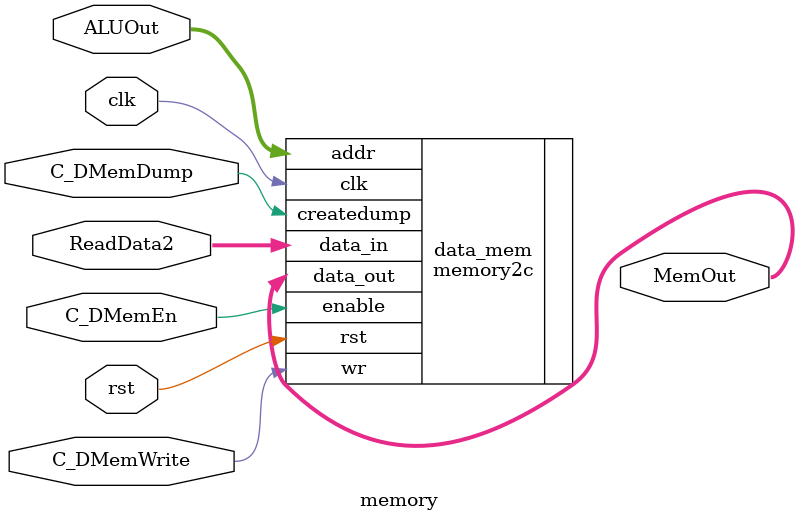
<source format=v>
module memory(MemOut, ReadData2, ALUOut, C_DMemEn, C_DMemWrite, C_DMemDump, clk, rst);
	input [15:0] ReadData2, ALUOut;
	input C_DMemEn, C_DMemWrite, C_DMemDump, clk, rst;
	output [15:0] MemOut;

	memory2c data_mem(.data_out(MemOut), .data_in(ReadData2), .addr(ALUOut), .enable(C_DMemEn), 
		.wr(C_DMemWrite), .createdump(C_DMemDump), .clk(clk), .rst(rst));
endmodule

</source>
